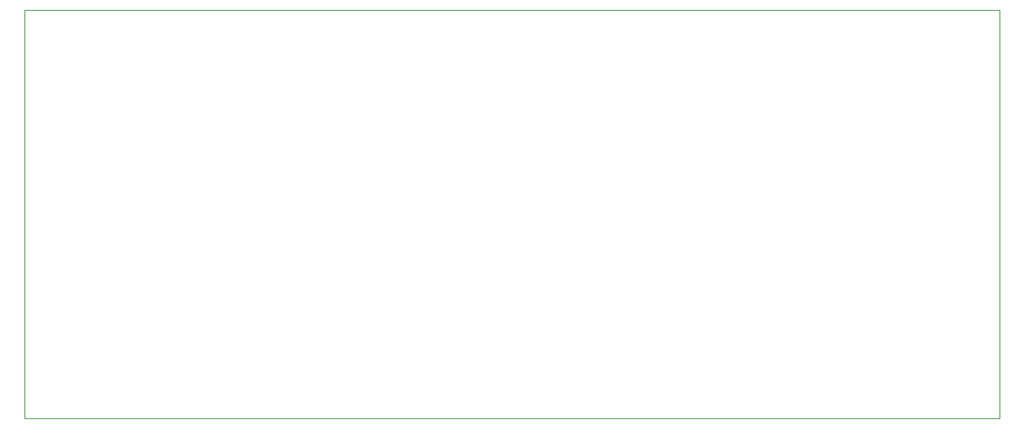
<source format=gbr>
%TF.GenerationSoftware,Altium Limited,Altium Designer,24.10.1 (45)*%
G04 Layer_Color=0*
%FSLAX45Y45*%
%MOMM*%
%TF.SameCoordinates,7F7612D6-C118-48B3-99A1-FC737374F31D*%
%TF.FilePolarity,Positive*%
%TF.FileFunction,Profile,NP*%
%TF.Part,Single*%
G01*
G75*
%TA.AperFunction,Profile*%
%ADD36C,0.02540*%
D36*
X0Y0D02*
X10795000D01*
Y4521200D01*
X0D01*
Y0D01*
%TF.MD5,40ab06f20545053f94f673017de3091f*%
M02*

</source>
